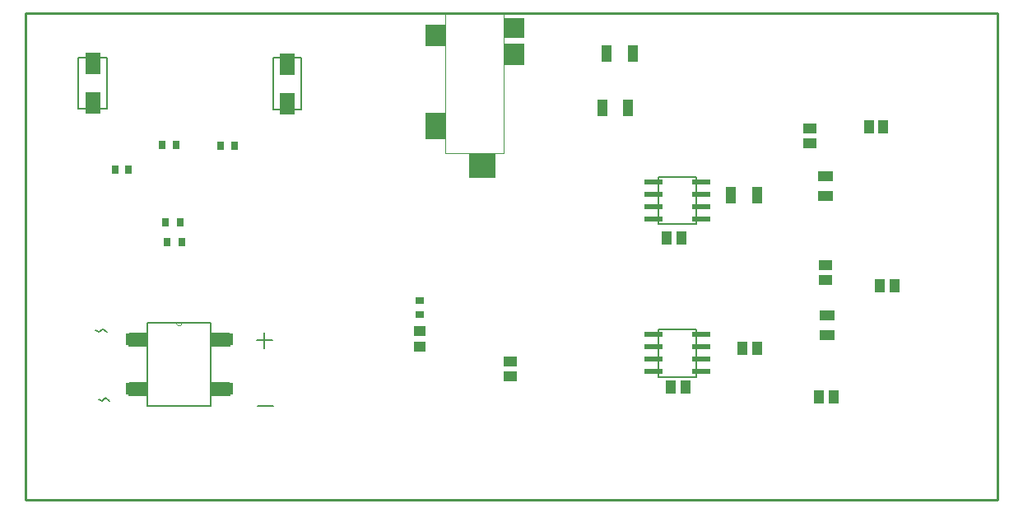
<source format=gtp>
G04*
G04 #@! TF.GenerationSoftware,Altium Limited,Altium Designer,18.0.12 (696)*
G04*
G04 Layer_Color=8421504*
%FSLAX43Y43*%
%MOMM*%
G71*
G01*
G75*
%ADD11C,0.000*%
%ADD13C,0.254*%
%ADD14C,0.127*%
%ADD16C,0.152*%
%ADD18C,0.198*%
%ADD19R,1.100X1.400*%
%ADD20R,0.900X0.700*%
%ADD21R,1.300X1.000*%
%ADD22R,2.700X2.600*%
%ADD23R,2.100X2.700*%
%ADD24R,2.100X2.200*%
%ADD25R,2.100X2.000*%
%ADD26R,1.970X0.600*%
%ADD27R,1.524X1.016*%
%ADD28R,1.400X1.100*%
%ADD29R,1.100X1.700*%
%ADD30R,2.235X1.245*%
%ADD31R,0.800X0.900*%
%ADD32R,0.700X0.900*%
%ADD33R,1.530X2.210*%
D11*
X91895Y43567D02*
G03*
X92505Y43567I305J0D01*
G01*
X119606Y75509D02*
X125606D01*
X119606Y61009D02*
X125606D01*
Y75509D01*
X119606Y61009D02*
Y72809D01*
X119606Y71397D02*
Y75509D01*
D13*
X76403Y25400D02*
X176403D01*
Y75413D01*
X76403D02*
X176403D01*
X76403Y25400D02*
Y75413D01*
D14*
X141501Y37999D02*
Y42899D01*
X145401Y37999D02*
Y42899D01*
X141501D02*
X145401D01*
X141501Y37999D02*
X145401D01*
X141501Y53699D02*
X145401D01*
X141501Y58599D02*
X145401D01*
Y53699D02*
Y58599D01*
X141501Y53699D02*
Y58599D01*
X101850Y65500D02*
X104750D01*
X101850D02*
Y70800D01*
X104750D01*
Y65500D02*
Y70800D01*
X81850Y70850D02*
X84750D01*
Y65550D02*
Y70850D01*
X81850Y65550D02*
X84750D01*
X81850D02*
Y70850D01*
D16*
X95451Y41230D02*
Y42450D01*
X97356D01*
Y41230D02*
Y42450D01*
X95451Y41230D02*
X97356D01*
X95451Y36150D02*
Y37370D01*
X97356D01*
Y36150D02*
Y37370D01*
X95451Y36150D02*
X97356D01*
X88949D02*
Y37370D01*
X87044Y36150D02*
X88949D01*
X87044D02*
Y37370D01*
X88949D01*
Y41230D02*
Y42450D01*
X87044Y41230D02*
X88949D01*
X87044D02*
Y42450D01*
X88949D01*
Y35033D02*
X95451D01*
X88949D02*
Y43567D01*
X91895D01*
X92505D01*
X95451D01*
Y35033D02*
Y43567D01*
D18*
X85061Y35564D02*
X84614Y35832D01*
X84257Y35564D01*
X83900Y35742D01*
X84764Y42657D02*
X84318Y42925D01*
X83961Y42657D01*
X83604Y42836D01*
X101865Y35038D02*
X100259D01*
X100989Y42569D02*
Y40962D01*
X101793Y41765D02*
X100186D01*
D19*
X163156Y63703D02*
D03*
X164656D02*
D03*
X142354Y52273D02*
D03*
X143854D02*
D03*
X144260Y36982D02*
D03*
X142760D02*
D03*
X151677Y40945D02*
D03*
X150177D02*
D03*
X158037Y35992D02*
D03*
X159537D02*
D03*
X165799Y47371D02*
D03*
X164299D02*
D03*
D20*
X116942Y45899D02*
D03*
Y44399D02*
D03*
D21*
Y41123D02*
D03*
Y42723D02*
D03*
D22*
X123354Y59706D02*
D03*
D23*
X118558Y63809D02*
D03*
D24*
X118556Y73109D02*
D03*
X126656Y71209D02*
D03*
D25*
Y73909D02*
D03*
D26*
X140976Y42354D02*
D03*
Y41084D02*
D03*
Y39814D02*
D03*
Y38544D02*
D03*
X145926D02*
D03*
Y39814D02*
D03*
Y41084D02*
D03*
Y42354D02*
D03*
X145926Y58054D02*
D03*
Y56784D02*
D03*
Y55514D02*
D03*
Y54244D02*
D03*
X140976D02*
D03*
Y55514D02*
D03*
Y56784D02*
D03*
Y58054D02*
D03*
D27*
X158648Y56642D02*
D03*
Y58674D02*
D03*
X158852Y44323D02*
D03*
Y42291D02*
D03*
D28*
X157099Y62064D02*
D03*
Y63564D02*
D03*
X126238Y39587D02*
D03*
Y38087D02*
D03*
X158699Y49467D02*
D03*
Y47967D02*
D03*
D29*
X148993Y56718D02*
D03*
X151693D02*
D03*
X136166Y71222D02*
D03*
X138866D02*
D03*
X135708Y65710D02*
D03*
X138408D02*
D03*
D30*
X96594Y41840D02*
D03*
Y36760D02*
D03*
X87806D02*
D03*
Y41840D02*
D03*
D31*
X91875Y61824D02*
D03*
X90475D02*
D03*
X86998Y59334D02*
D03*
X85598D02*
D03*
X97866Y61747D02*
D03*
X96466D02*
D03*
D32*
X90817Y53924D02*
D03*
X92317D02*
D03*
X90944Y51841D02*
D03*
X92444D02*
D03*
D33*
X103300Y66100D02*
D03*
Y70200D02*
D03*
X83300Y70250D02*
D03*
Y66150D02*
D03*
M02*

</source>
